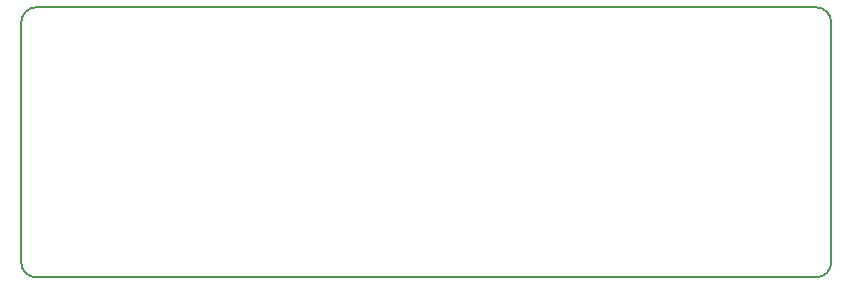
<source format=gbr>
G04 #@! TF.FileFunction,Profile,NP*
%FSLAX46Y46*%
G04 Gerber Fmt 4.6, Leading zero omitted, Abs format (unit mm)*
G04 Created by KiCad (PCBNEW 4.0.2+e4-6225~38~ubuntu15.04.1-stable) date zo 31 jul 2016 21:50:42 CEST*
%MOMM*%
G01*
G04 APERTURE LIST*
%ADD10C,0.100000*%
%ADD11C,0.150000*%
G04 APERTURE END LIST*
D10*
D11*
X185420000Y-87630000D02*
G75*
G03X184150000Y-86360000I-1270000J0D01*
G01*
X184150000Y-109220000D02*
G75*
G03X185420000Y-107950000I0J1270000D01*
G01*
X116840000Y-107950000D02*
G75*
G03X118110000Y-109220000I1270000J0D01*
G01*
X118110000Y-86360000D02*
G75*
G03X116840000Y-87630000I0J-1270000D01*
G01*
X184150000Y-86360000D02*
X118110000Y-86360000D01*
X185420000Y-107950000D02*
X185420000Y-87630000D01*
X118110000Y-109220000D02*
X184150000Y-109220000D01*
X116840000Y-87630000D02*
X116840000Y-107950000D01*
M02*

</source>
